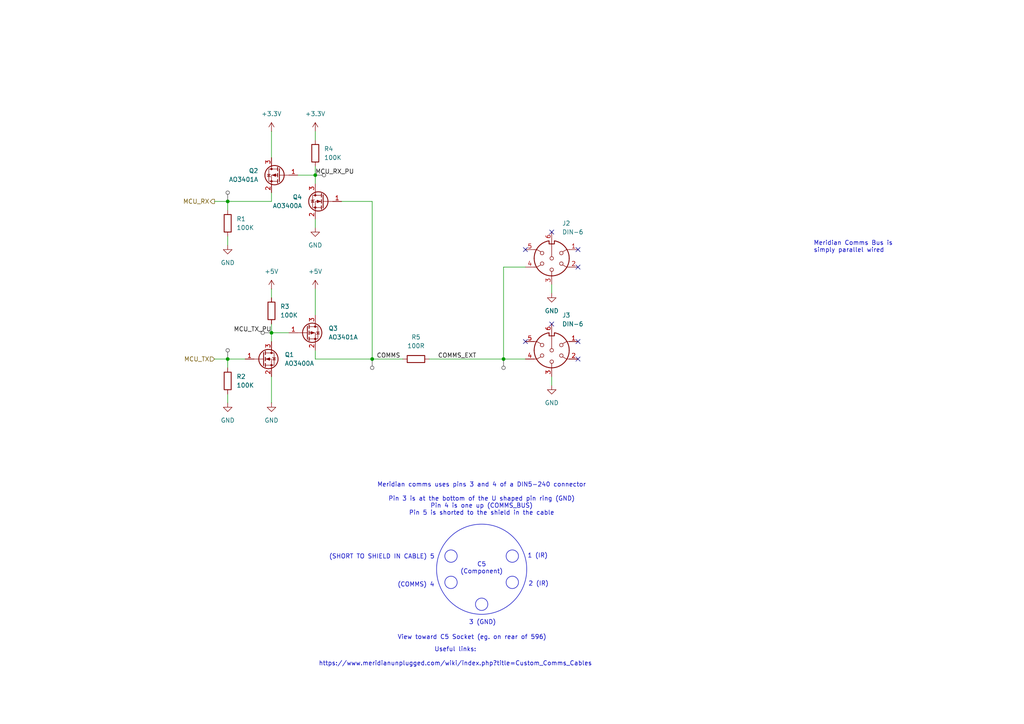
<source format=kicad_sch>
(kicad_sch (version 20231120) (generator "eeschema") (generator_version "8.0")
  (paper "A4")
  (title_block (title "Comms Bus Interface") (comment 1 "Meridian Audio Comms And Digital Audio") (comment 2 "Master Interface Adapter"))
  (lib_symbols
    (symbol "Connector:DIN-6" (pin_names (offset 1.016))
      (property "Reference" "J" (at 3.175 5.715 0))
      (property "Value" "DIN-6" (at 4.445 -4.445 0))
      (symbol "DIN-6_0_1"
        (arc (start -5.08 0) (mid -3.8609 -3.3364) (end -0.762 -5.08) (stroke (width 0.254)))
        (circle (center -2.794 -1.524) (radius 0.508))
        (circle (center -2.794 1.524) (radius 0.508))
        (polyline (pts (xy 0 -5.08) (xy 0 -0.508)))
        (polyline (pts (xy 0 5.08) (xy 0 3.81)))
        (polyline (pts (xy -5.08 -2.54) (xy -4.318 -2.54) (xy -3.175 -1.905)))
        (polyline (pts (xy -5.08 2.54) (xy -4.318 2.54) (xy -3.175 1.905)))
        (polyline (pts (xy 5.08 -2.54) (xy 4.318 -2.54) (xy 3.175 -1.905)))
        (polyline (pts (xy 5.08 2.54) (xy 4.318 2.54) (xy 3.175 1.905)))
        (polyline (pts (xy -0.762 -4.953) (xy -0.762 -4.191) (xy 0.762 -4.191) (xy 0.762 -4.953)) (stroke (width 0.254)))
        (circle (center 0 0) (radius 0.508))
        (circle (center 0 3.302) (radius 0.508))
        (arc (start 0.762 -5.08) (mid 3.8685 -3.343) (end 5.08 0) (stroke (width 0.254)))
        (circle (center 2.794 -1.524) (radius 0.508))
        (circle (center 2.794 1.524) (radius 0.508))
        (arc (start 5.08 0) (mid 0 5.0579) (end -5.08 0) (stroke (width 0.254)))
      )
      (symbol "DIN-6_1_1"
        (pin passive line (at -7.62 -2.54 0) (length 2.54) (name "~") (number "1"))
        (pin passive line (at -7.62 2.54 0) (length 2.54) (name "~") (number "2"))
        (pin passive line (at 0 7.62 270) (length 2.54) (name "~") (number "3"))
        (pin passive line (at 7.62 2.54 180) (length 2.54) (name "~") (number "4"))
        (pin passive line (at 7.62 -2.54 180) (length 2.54) (name "~") (number "5"))
        (pin passive line (at 0 -7.62 90) (length 2.54) (name "~") (number "6"))
      )
    )
    (symbol "Device:Q_NMOS_GSD" (pin_names (offset 0) hide)
      (property "Reference" "Q" (at 5.08 1.27 0))
      (property "Value" "Q_NMOS_GSD" (at 5.08 -1.27 0))
      (symbol "Q_NMOS_GSD_0_1"
        (polyline (pts (xy 0.254 0) (xy -2.54 0)))
        (polyline (pts (xy 0.254 1.905) (xy 0.254 -1.905)) (stroke (width 0.254)))
        (polyline (pts (xy 0.762 -1.27) (xy 0.762 -2.286)) (stroke (width 0.254)))
        (polyline (pts (xy 0.762 0.508) (xy 0.762 -0.508)) (stroke (width 0.254)))
        (polyline (pts (xy 0.762 2.286) (xy 0.762 1.27)) (stroke (width 0.254)))
        (polyline (pts (xy 2.54 2.54) (xy 2.54 1.778)))
        (polyline (pts (xy 2.54 -2.54) (xy 2.54 0) (xy 0.762 0)))
        (polyline (pts (xy 0.762 -1.778) (xy 3.302 -1.778) (xy 3.302 1.778) (xy 0.762 1.778)))
        (polyline (pts (xy 1.016 0) (xy 2.032 0.381) (xy 2.032 -0.381) (xy 1.016 0)) (fill (type outline)))
        (polyline (pts (xy 2.794 0.508) (xy 2.921 0.381) (xy 3.683 0.381) (xy 3.81 0.254)))
        (polyline (pts (xy 3.302 0.381) (xy 2.921 -0.254) (xy 3.683 -0.254) (xy 3.302 0.381)))
        (circle (center 1.651 0) (radius 2.794) (stroke (width 0.254)))
        (circle (center 2.54 -1.778) (radius 0.254) (fill (type outline)))
        (circle (center 2.54 1.778) (radius 0.254) (fill (type outline)))
      )
      (symbol "Q_NMOS_GSD_1_1"
        (pin input line (at -5.08 0 0) (length 2.54) (name "G") (number "1"))
        (pin passive line (at 2.54 -5.08 90) (length 2.54) (name "S") (number "2"))
        (pin passive line (at 2.54 5.08 270) (length 2.54) (name "D") (number "3"))
      )
    )
    (symbol "Device:Q_PMOS_GSD" (pin_names (offset 0) hide)
      (property "Reference" "Q" (at 5.08 1.27 0))
      (property "Value" "Q_PMOS_GSD" (at 5.08 -1.27 0))
      (symbol "Q_PMOS_GSD_0_1"
        (polyline (pts (xy 0.254 0) (xy -2.54 0)))
        (polyline (pts (xy 0.254 1.905) (xy 0.254 -1.905)) (stroke (width 0.254)))
        (polyline (pts (xy 0.762 -1.27) (xy 0.762 -2.286)) (stroke (width 0.254)))
        (polyline (pts (xy 0.762 0.508) (xy 0.762 -0.508)) (stroke (width 0.254)))
        (polyline (pts (xy 0.762 2.286) (xy 0.762 1.27)) (stroke (width 0.254)))
        (polyline (pts (xy 2.54 2.54) (xy 2.54 1.778)))
        (polyline (pts (xy 2.54 -2.54) (xy 2.54 0) (xy 0.762 0)))
        (polyline (pts (xy 0.762 1.778) (xy 3.302 1.778) (xy 3.302 -1.778) (xy 0.762 -1.778)))
        (polyline (pts (xy 2.286 0) (xy 1.27 0.381) (xy 1.27 -0.381) (xy 2.286 0)) (fill (type outline)))
        (polyline (pts (xy 2.794 -0.508) (xy 2.921 -0.381) (xy 3.683 -0.381) (xy 3.81 -0.254)))
        (polyline (pts (xy 3.302 -0.381) (xy 2.921 0.254) (xy 3.683 0.254) (xy 3.302 -0.381)))
        (circle (center 1.651 0) (radius 2.794) (stroke (width 0.254)))
        (circle (center 2.54 -1.778) (radius 0.254) (fill (type outline)))
        (circle (center 2.54 1.778) (radius 0.254) (fill (type outline)))
      )
      (symbol "Q_PMOS_GSD_1_1"
        (pin input line (at -5.08 0 0) (length 2.54) (name "G") (number "1"))
        (pin passive line (at 2.54 -5.08 90) (length 2.54) (name "S") (number "2"))
        (pin passive line (at 2.54 5.08 270) (length 2.54) (name "D") (number "3"))
      )
    )
    (symbol "Device:R" (pin_numbers hide) (pin_names (offset 0))
      (property "Reference" "R" (at 2.032 0 90))
      (property "Value" "R" (at 0 0 90))
      (symbol "R_0_1"
        (rectangle (start -1.016 -2.54) (end 1.016 2.54) (stroke (width 0.254)))
      )
      (symbol "R_1_1"
        (pin passive line (at 0 3.81 270) (length 1.27) (name "~") (number "1"))
        (pin passive line (at 0 -3.81 90) (length 1.27) (name "~") (number "2"))
      )
    )
    (symbol "power:+3.3V" (power) (pin_numbers hide) (pin_names (offset 0) hide)
      (property "Value" "+3.3V" (at 0 3.556 0))
      (symbol "+3.3V_0_1"
        (polyline (pts (xy -0.762 1.27) (xy 0 2.54)))
        (polyline (pts (xy 0 0) (xy 0 2.54)))
        (polyline (pts (xy 0 2.54) (xy 0.762 1.27)))
      )
      (symbol "+3.3V_1_1"
        (pin power_in line (at 0 0 90) (length 0) (name "~") (number "1"))
      )
    )
    (symbol "power:+5V" (power) (pin_numbers hide) (pin_names (offset 0) hide)
      (property "Value" "+5V" (at 0 3.556 0))
      (symbol "+5V_0_1"
        (polyline (pts (xy -0.762 1.27) (xy 0 2.54)))
        (polyline (pts (xy 0 0) (xy 0 2.54)))
        (polyline (pts (xy 0 2.54) (xy 0.762 1.27)))
      )
      (symbol "+5V_1_1"
        (pin power_in line (at 0 0 90) (length 0) (name "~") (number "1"))
      )
    )
    (symbol "power:GND" (power) (pin_numbers hide) (pin_names (offset 0) hide)
      (property "Value" "GND" (at 0 -3.81 0))
      (symbol "GND_0_1"
        (polyline (pts (xy 0 0) (xy 0 -1.27) (xy 1.27 -1.27) (xy 0 -2.54) (xy -1.27 -1.27) (xy 0 -1.27)))
      )
      (symbol "GND_1_1"
        (pin power_in line (at 0 0 270) (length 0) (name "~") (number "1"))
      )
    )
  )
  (junction (at 66.04 58.42))
  (junction (at 66.04 104.14))
  (junction (at 78.74 96.52))
  (junction (at 107.95 104.14))
  (junction (at 146.05 104.14))
  (junction (at 91.44 50.8))
  (no_connect (at 160.02 67.31))
  (no_connect (at 152.4 99.06))
  (no_connect (at 160.02 93.98))
  (no_connect (at 167.64 72.39))
  (no_connect (at 167.64 77.47))
  (no_connect (at 152.4 72.39))
  (no_connect (at 167.64 99.06))
  (no_connect (at 167.64 104.14))
  (wire (pts (xy 78.74 58.42) (xy 78.74 55.88)))
  (wire (pts (xy 66.04 104.14) (xy 71.12 104.14)))
  (wire (pts (xy 160.02 109.22) (xy 160.02 111.76)))
  (wire (pts (xy 146.05 104.14) (xy 152.4 104.14)))
  (wire (pts (xy 62.23 104.14) (xy 66.04 104.14)))
  (wire (pts (xy 91.44 83.82) (xy 91.44 91.44)))
  (wire (pts (xy 66.04 58.42) (xy 66.04 60.96)))
  (wire (pts (xy 107.95 104.14) (xy 116.84 104.14)))
  (wire (pts (xy 66.04 58.42) (xy 78.74 58.42)))
  (wire (pts (xy 91.44 48.26) (xy 91.44 50.8)))
  (wire (pts (xy 78.74 83.82) (xy 78.74 86.36)))
  (wire (pts (xy 99.06 58.42) (xy 107.95 58.42)))
  (wire (pts (xy 146.05 77.47) (xy 146.05 104.14)))
  (wire (pts (xy 78.74 93.98) (xy 78.74 96.52)))
  (wire (pts (xy 107.95 58.42) (xy 107.95 104.14)))
  (wire (pts (xy 62.23 58.42) (xy 66.04 58.42)))
  (wire (pts (xy 91.44 38.1) (xy 91.44 40.64)))
  (wire (pts (xy 86.36 50.8) (xy 91.44 50.8)))
  (wire (pts (xy 78.74 99.06) (xy 78.74 96.52)))
  (wire (pts (xy 78.74 109.22) (xy 78.74 116.84)))
  (wire (pts (xy 124.46 104.14) (xy 146.05 104.14)))
  (wire (pts (xy 78.74 96.52) (xy 83.82 96.52)))
  (wire (pts (xy 66.04 114.3) (xy 66.04 116.84)))
  (wire (pts (xy 91.44 104.14) (xy 107.95 104.14)))
  (wire (pts (xy 91.44 63.5) (xy 91.44 66.04)))
  (wire (pts (xy 160.02 82.55) (xy 160.02 85.09)))
  (wire (pts (xy 152.4 77.47) (xy 146.05 77.47)))
  (wire (pts (xy 66.04 104.14) (xy 66.04 106.68)))
  (wire (pts (xy 78.74 38.1) (xy 78.74 45.72)))
  (wire (pts (xy 91.44 101.6) (xy 91.44 104.14)))
  (wire (pts (xy 66.04 68.58) (xy 66.04 71.12)))
  (wire (pts (xy 91.44 50.8) (xy 91.44 53.34)))
  (circle (center 148.59 161.29) (radius 1.7961))
  (circle (center 130.81 161.29) (radius 1.7961))
  (circle (center 139.7 165.1) (radius 13.0755))
  (circle (center 130.81 168.91) (radius 1.7961))
  (circle (center 148.59 168.91) (radius 1.7961))
  (circle (center 139.7 175.26) (radius 1.7961))
  (text "3 (GND)" (at 139.954 180.594 0) (effects (font (size 1.27 1.27))))
  (text "Useful links:\n\nhttps://www.meridianunplugged.com/wiki/index.php?title=Custom_Comms_Cables" (at 132.08 190.5 0) (effects (font (size 1.27 1.27))))
  (text "(SHORT TO SHIELD IN CABLE) 5" (at 110.744 161.544 0) (effects (font (size 1.27 1.27))))
  (text "1 (IR)" (at 155.956 161.29 0) (effects (font (size 1.27 1.27))))
  (text "(COMMS) 4" (at 120.65 169.672 0) (effects (font (size 1.27 1.27))))
  (text "Meridian Comms Bus is\nsimply parallel wired" (at 235.966 71.628 0) (effects (font (size 1.27 1.27)) (justify left)))
  (text "2 (IR)" (at 156.21 169.418 0) (effects (font (size 1.27 1.27))))
  (text "View toward C5 Socket (eg. on rear of 596)" (at 136.906 184.912 0) (effects (font (size 1.27 1.27))))
  (text "Meridian comms uses pins 3 and 4 of a DIN5-240 connector\n\nPin 3 is at the bottom of the U shaped pin ring (GND)\nPin 4 is one up (COMMS_BUS)\nPin 5 is shorted to the shield in the cable" (at 139.7 144.78 0) (effects (font (size 1.27 1.27))))
  (text "C5\n(Component)" (at 139.7 164.846 0) (effects (font (size 1.27 1.27))))
  (label "COMMS_EXT" (at 127 104.14 0))
  (label "MCU_TX_PU" (at 78.74 96.52 180))
  (label "COMMS" (at 109.22 104.14 0))
  (label "MCU_RX_PU" (at 91.44 50.8 0))
  (hierarchical_label "MCU_TX" (shape input) (at 62.23 104.14 180))
  (hierarchical_label "MCU_RX" (shape output) (at 62.23 58.42 180))
  (netclass_flag "" (length 2.54) (shape round) (at 78.74 96.52 90) (property "Netclass" "COMMS" (effects (hide yes))))
  (netclass_flag "" (length 2.54) (shape round) (at 107.95 104.14 180) (property "Netclass" "COMMS" (effects (hide yes))))
  (netclass_flag "" (length 2.54) (shape round) (at 91.44 50.8 270) (property "Netclass" "COMMS" (effects (hide yes))))
  (netclass_flag "" (length 2.54) (shape round) (at 66.04 58.42 0) (property "Netclass" "COMMS" (effects (hide yes))))
  (netclass_flag "" (length 2.54) (shape round) (at 66.04 104.14 0) (property "Netclass" "COMMS" (effects (hide yes))))
  (netclass_flag "" (length 2.54) (shape round) (at 146.05 104.14 180) (property "Netclass" "COMMS" (effects (hide yes))))
  (symbol (lib_id "power:GND") (at 66.04 71.12 0) (unit 1)
    (property "Reference" "#PWR04" (effects (hide yes)))
    (property "Value" "GND" (at 66.04 76.2 0))
    (property "Description" "Power symbol creates a global label with name \"GND\" , ground" (effects (hide yes)))
  )
  (symbol (lib_id "Device:Q_NMOS_GSD") (at 76.2 104.14 0) (unit 1)
    (property "Reference" "Q1" (at 82.55 102.8699 0) (effects (justify left)))
    (property "Value" "AO3400A" (at 82.55 105.4099 0) (effects (justify left)))
    (property "Footprint" "Package_TO_SOT_SMD:SOT-23-3" (effects (hide yes)))
    (property "Description" "N-MOSFET transistor, gate/source/drain" (effects (hide yes)))
    (property "JLCPCB Part #" "C20917" (effects (hide yes)))
  )
  (symbol (lib_id "Device:R") (at 91.44 44.45 0) (unit 1)
    (property "Reference" "R4" (at 93.98 43.1799 0) (effects (justify left)))
    (property "Value" "100K" (at 93.98 45.7199 0) (effects (justify left)))
    (property "Footprint" "Resistor_SMD:R_0603_1608Metric" (effects (hide yes)))
    (property "Description" "Resistor" (effects (hide yes)))
    (property "JLCPCB Part #" "C25803" (effects (hide yes)))
  )
  (symbol (lib_id "power:+3.3V") (at 78.74 38.1 0) (unit 1)
    (property "Reference" "#PWR06" (effects (hide yes)))
    (property "Value" "+3.3V" (at 78.74 33.02 0))
    (property "Description" "Power symbol creates a global label with name \"+3.3V\"" (effects (hide yes)))
  )
  (symbol (lib_id "Device:R") (at 78.74 90.17 0) (unit 1)
    (property "Reference" "R3" (at 81.28 88.8999 0) (effects (justify left)))
    (property "Value" "100K" (at 81.28 91.4399 0) (effects (justify left)))
    (property "Footprint" "Resistor_SMD:R_0603_1608Metric" (effects (hide yes)))
    (property "Description" "Resistor" (effects (hide yes)))
    (property "JLCPCB Part #" "C25803" (effects (hide yes)))
  )
  (symbol (lib_id "power:+3.3V") (at 91.44 38.1 0) (unit 1)
    (property "Reference" "#PWR09" (effects (hide yes)))
    (property "Value" "+3.3V" (at 91.44 33.02 0))
    (property "Description" "Power symbol creates a global label with name \"+3.3V\"" (effects (hide yes)))
  )
  (symbol (lib_id "Device:R") (at 66.04 110.49 0) (unit 1)
    (property "Reference" "R2" (at 68.58 109.2199 0) (effects (justify left)))
    (property "Value" "100K" (at 68.58 111.7599 0) (effects (justify left)))
    (property "Footprint" "Resistor_SMD:R_0603_1608Metric" (effects (hide yes)))
    (property "Description" "Resistor" (effects (hide yes)))
    (property "JLCPCB Part #" "C25803" (effects (hide yes)))
  )
  (symbol (lib_id "power:GND") (at 66.04 116.84 0) (unit 1)
    (property "Reference" "#PWR05" (effects (hide yes)))
    (property "Value" "GND" (at 66.04 121.92 0))
    (property "Description" "Power symbol creates a global label with name \"GND\" , ground" (effects (hide yes)))
  )
  (symbol (lib_id "power:GND") (at 91.44 66.04 0) (unit 1)
    (property "Reference" "#PWR010" (effects (hide yes)))
    (property "Value" "GND" (at 91.44 71.12 0))
    (property "Description" "Power symbol creates a global label with name \"GND\" , ground" (effects (hide yes)))
  )
  (symbol (lib_id "power:+5V") (at 78.74 83.82 0) (unit 1)
    (property "Reference" "#PWR07" (effects (hide yes)))
    (property "Value" "+5V" (at 78.74 78.74 0))
    (property "Description" "Power symbol creates a global label with name \"+5V\"" (effects (hide yes)))
  )
  (symbol (lib_id "Device:R") (at 120.65 104.14 90) (unit 1)
    (property "Reference" "R5" (at 120.65 97.79 90))
    (property "Value" "100R" (at 120.65 100.33 90))
    (property "Footprint" "Resistor_SMD:R_0603_1608Metric" (effects (hide yes)))
    (property "Description" "Resistor" (effects (hide yes)))
    (property "JLCPCB Part #" "C22775" (effects (hide yes)))
  )
  (symbol (lib_id "power:GND") (at 160.02 85.09 0) (unit 1)
    (property "Reference" "#PWR012" (effects (hide yes)))
    (property "Value" "GND" (at 160.02 90.17 0))
    (property "Description" "Power symbol creates a global label with name \"GND\" , ground" (effects (hide yes)))
  )
  (symbol (lib_id "Connector:DIN-6") (at 160.02 74.93 180) (unit 1)
    (property "Reference" "J2" (at 163.0365 64.77 0) (effects (justify right)))
    (property "Value" "DIN-6" (at 163.0365 67.31 0) (effects (justify right)))
    (property "Footprint" "Lumberg-DIN:DIN-45322-010599-06" (effects (hide yes)))
    (property "Datasheet" "http://www.mouser.com/ds/2/18/40_c091_abd_e-75918.pdf" (effects (hide yes)))
    (property "Description" "6-pin DIN connector" (effects (hide yes)))
  )
  (symbol (lib_id "power:GND") (at 78.74 116.84 0) (unit 1)
    (property "Reference" "#PWR08" (effects (hide yes)))
    (property "Value" "GND" (at 78.74 121.92 0))
    (property "Description" "Power symbol creates a global label with name \"GND\" , ground" (effects (hide yes)))
  )
  (symbol (lib_id "Device:Q_NMOS_GSD") (at 93.98 58.42 0) (mirror y) (unit 1)
    (property "Reference" "Q4" (at 87.63 57.1499 0) (effects (justify left)))
    (property "Value" "AO3400A" (at 87.63 59.6899 0) (effects (justify left)))
    (property "Footprint" "Package_TO_SOT_SMD:SOT-23-3" (effects (hide yes)))
    (property "Description" "N-MOSFET transistor, gate/source/drain" (effects (hide yes)))
    (property "JLCPCB Part #" "C20917" (effects (hide yes)))
  )
  (symbol (lib_id "power:+5V") (at 91.44 83.82 0) (unit 1)
    (property "Reference" "#PWR011" (effects (hide yes)))
    (property "Value" "+5V" (at 91.44 78.74 0))
    (property "Description" "Power symbol creates a global label with name \"+5V\"" (effects (hide yes)))
  )
  (symbol (lib_id "Device:Q_PMOS_GSD") (at 81.28 50.8 0) (mirror y) (unit 1)
    (property "Reference" "Q2" (at 74.93 49.5299 0) (effects (justify left)))
    (property "Value" "AO3401A" (at 74.93 52.0699 0) (effects (justify left)))
    (property "Footprint" "Package_TO_SOT_SMD:SOT-23-3" (effects (hide yes)))
    (property "Description" "P-MOSFET transistor, gate/source/drain" (effects (hide yes)))
    (property "JLCPCB Part #" "C15127" (effects (hide yes)))
  )
  (symbol (lib_id "Device:R") (at 66.04 64.77 0) (unit 1)
    (property "Reference" "R1" (at 68.58 63.4999 0) (effects (justify left)))
    (property "Value" "100K" (at 68.58 66.0399 0) (effects (justify left)))
    (property "Footprint" "Resistor_SMD:R_0603_1608Metric" (effects (hide yes)))
    (property "Description" "Resistor" (effects (hide yes)))
    (property "JLCPCB Part #" "C25803" (effects (hide yes)))
  )
  (symbol (lib_id "Connector:DIN-6") (at 160.02 101.6 180) (unit 1)
    (property "Reference" "J3" (at 163.0365 91.44 0) (effects (justify right)))
    (property "Value" "DIN-6" (at 163.0365 93.98 0) (effects (justify right)))
    (property "Footprint" "Lumberg-DIN:DIN-45322-010599-06" (effects (hide yes)))
    (property "Datasheet" "http://www.mouser.com/ds/2/18/40_c091_abd_e-75918.pdf" (effects (hide yes)))
    (property "Description" "6-pin DIN connector" (effects (hide yes)))
  )
  (symbol (lib_id "power:GND") (at 160.02 111.76 0) (unit 1)
    (property "Reference" "#PWR013" (effects (hide yes)))
    (property "Value" "GND" (at 160.02 116.84 0))
    (property "Description" "Power symbol creates a global label with name \"GND\" , ground" (effects (hide yes)))
  )
  (symbol (lib_id "Device:Q_PMOS_GSD") (at 88.9 96.52 0) (unit 1)
    (property "Reference" "Q3" (at 95.25 95.2499 0) (effects (justify left)))
    (property "Value" "AO3401A" (at 95.25 97.7899 0) (effects (justify left)))
    (property "Footprint" "Package_TO_SOT_SMD:SOT-23-3" (effects (hide yes)))
    (property "Description" "P-MOSFET transistor, gate/source/drain" (effects (hide yes)))
    (property "JLCPCB Part #" "C15127" (effects (hide yes)))
  )
)
</source>
